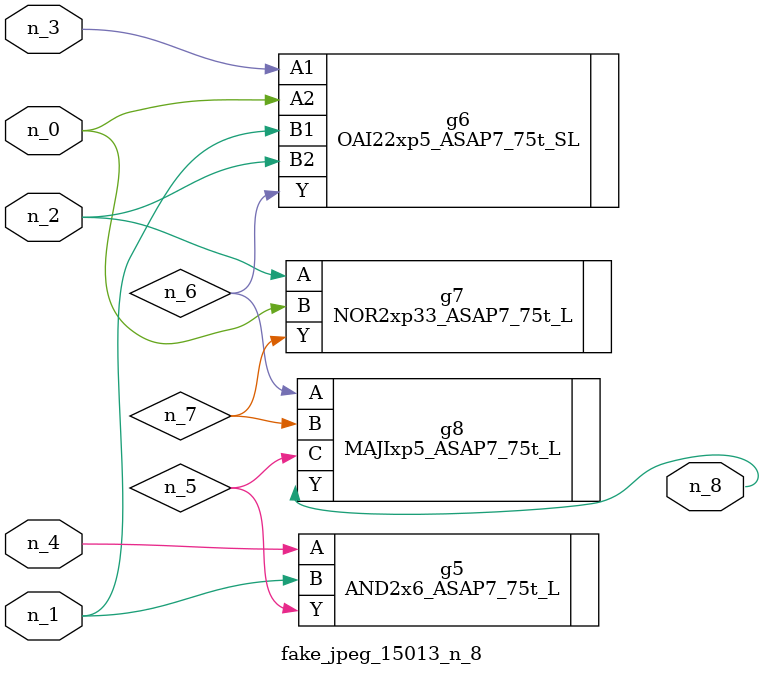
<source format=v>
module fake_jpeg_15013_n_8 (n_3, n_2, n_1, n_0, n_4, n_8);

input n_3;
input n_2;
input n_1;
input n_0;
input n_4;

output n_8;

wire n_6;
wire n_5;
wire n_7;

AND2x6_ASAP7_75t_L g5 ( 
.A(n_4),
.B(n_1),
.Y(n_5)
);

OAI22xp5_ASAP7_75t_SL g6 ( 
.A1(n_3),
.A2(n_0),
.B1(n_1),
.B2(n_2),
.Y(n_6)
);

NOR2xp33_ASAP7_75t_L g7 ( 
.A(n_2),
.B(n_0),
.Y(n_7)
);

MAJIxp5_ASAP7_75t_L g8 ( 
.A(n_6),
.B(n_7),
.C(n_5),
.Y(n_8)
);


endmodule
</source>
